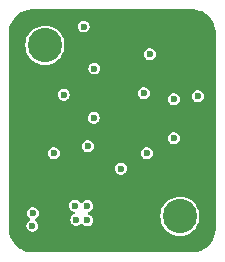
<source format=gbr>
%TF.GenerationSoftware,KiCad,Pcbnew,8.0.4*%
%TF.CreationDate,2025-02-04T23:44:10-05:00*%
%TF.ProjectId,Magnetometer,4d61676e-6574-46f6-9d65-7465722e6b69,rev?*%
%TF.SameCoordinates,Original*%
%TF.FileFunction,Copper,L2,Inr*%
%TF.FilePolarity,Positive*%
%FSLAX46Y46*%
G04 Gerber Fmt 4.6, Leading zero omitted, Abs format (unit mm)*
G04 Created by KiCad (PCBNEW 8.0.4) date 2025-02-04 23:44:10*
%MOMM*%
%LPD*%
G01*
G04 APERTURE LIST*
%TA.AperFunction,ComponentPad*%
%ADD10C,2.900000*%
%TD*%
%TA.AperFunction,ViaPad*%
%ADD11C,0.600000*%
%TD*%
G04 APERTURE END LIST*
D10*
%TO.N,N/C*%
%TO.C,REF\u002A\u002A*%
X129286000Y-144526000D03*
%TD*%
%TO.N,N/C*%
%TO.C,REF\u002A\u002A*%
X140716000Y-159004000D03*
%TD*%
D11*
%TO.N,5V*%
X132560000Y-142950000D03*
X130880000Y-148710000D03*
X133480000Y-146500000D03*
X135710000Y-154980000D03*
X133420000Y-150680000D03*
X131940000Y-159320000D03*
X132880000Y-159350000D03*
X132890000Y-158130000D03*
X131820000Y-158110000D03*
%TO.N,GND*%
X135560000Y-159270000D03*
X136640000Y-159290000D03*
X136650000Y-158180000D03*
X135510000Y-158190000D03*
X128270000Y-156100000D03*
X128250000Y-157120000D03*
%TO.N,5V*%
X128260000Y-158750000D03*
X128230000Y-159830000D03*
%TO.N,GND*%
X141224000Y-148590000D03*
X137922000Y-151384000D03*
X132924550Y-154975601D03*
X137414000Y-155956000D03*
X130810000Y-155448000D03*
X140716000Y-155194000D03*
%TO.N,3V3*%
X140208000Y-149098000D03*
X138176000Y-145288000D03*
X137668000Y-148590000D03*
X137922000Y-153670000D03*
X140208000Y-152400000D03*
X142240000Y-148844000D03*
%TO.N,5V*%
X132924550Y-153075599D03*
X130048000Y-153670000D03*
%TD*%
%TA.AperFunction,Conductor*%
%TO.N,GND*%
G36*
X141765121Y-141478020D02*
G01*
X141899109Y-141480409D01*
X141914528Y-141481650D01*
X142180897Y-141519948D01*
X142198184Y-141523708D01*
X142455313Y-141599209D01*
X142471887Y-141605391D01*
X142581159Y-141655293D01*
X142715659Y-141716717D01*
X142731173Y-141725188D01*
X142956628Y-141870080D01*
X142970787Y-141880679D01*
X143173317Y-142056172D01*
X143185827Y-142068682D01*
X143361320Y-142271212D01*
X143371921Y-142285374D01*
X143516808Y-142510821D01*
X143525284Y-142526345D01*
X143636608Y-142770112D01*
X143642791Y-142786688D01*
X143718290Y-143043814D01*
X143722051Y-143061102D01*
X143760348Y-143327463D01*
X143761590Y-143342898D01*
X143763980Y-143476877D01*
X143764000Y-143479089D01*
X143764000Y-160050910D01*
X143763980Y-160053122D01*
X143761590Y-160187101D01*
X143760348Y-160202536D01*
X143722051Y-160468897D01*
X143718290Y-160486185D01*
X143642791Y-160743311D01*
X143636608Y-160759887D01*
X143525284Y-161003654D01*
X143516805Y-161019183D01*
X143371922Y-161244624D01*
X143361320Y-161258787D01*
X143185827Y-161461317D01*
X143173317Y-161473827D01*
X142970787Y-161649320D01*
X142956624Y-161659922D01*
X142731183Y-161804805D01*
X142715654Y-161813284D01*
X142471887Y-161924608D01*
X142455311Y-161930791D01*
X142198185Y-162006290D01*
X142180897Y-162010051D01*
X141914536Y-162048348D01*
X141899101Y-162049590D01*
X141768818Y-162051914D01*
X141765120Y-162051980D01*
X141762910Y-162052000D01*
X128239090Y-162052000D01*
X128236879Y-162051980D01*
X128233015Y-162051911D01*
X128102898Y-162049590D01*
X128087463Y-162048348D01*
X127821102Y-162010051D01*
X127803814Y-162006290D01*
X127546688Y-161930791D01*
X127530112Y-161924608D01*
X127286345Y-161813284D01*
X127270821Y-161804808D01*
X127045374Y-161659921D01*
X127031212Y-161649320D01*
X126828682Y-161473827D01*
X126816172Y-161461317D01*
X126640679Y-161258787D01*
X126630077Y-161244624D01*
X126485188Y-161019173D01*
X126476715Y-161003654D01*
X126365391Y-160759887D01*
X126359208Y-160743311D01*
X126328644Y-160639221D01*
X126283708Y-160486184D01*
X126279948Y-160468897D01*
X126261906Y-160343411D01*
X126241650Y-160202528D01*
X126240409Y-160187109D01*
X126238020Y-160053121D01*
X126238000Y-160050910D01*
X126238000Y-159830000D01*
X127724353Y-159830000D01*
X127744834Y-159972456D01*
X127781673Y-160053121D01*
X127804623Y-160103373D01*
X127898872Y-160212143D01*
X128019947Y-160289953D01*
X128019950Y-160289954D01*
X128019949Y-160289954D01*
X128158036Y-160330499D01*
X128158038Y-160330500D01*
X128158039Y-160330500D01*
X128301962Y-160330500D01*
X128301962Y-160330499D01*
X128440053Y-160289953D01*
X128561128Y-160212143D01*
X128655377Y-160103373D01*
X128715165Y-159972457D01*
X128735647Y-159830000D01*
X128715165Y-159687543D01*
X128655377Y-159556627D01*
X128561128Y-159447857D01*
X128561125Y-159447855D01*
X128492815Y-159403954D01*
X128447060Y-159351150D01*
X128437117Y-159281991D01*
X128466143Y-159218436D01*
X128492810Y-159195327D01*
X128591128Y-159132143D01*
X128685377Y-159023373D01*
X128745165Y-158892457D01*
X128765647Y-158750000D01*
X128745165Y-158607543D01*
X128685377Y-158476627D01*
X128591128Y-158367857D01*
X128470053Y-158290047D01*
X128470051Y-158290046D01*
X128470049Y-158290045D01*
X128470050Y-158290045D01*
X128331963Y-158249500D01*
X128331961Y-158249500D01*
X128188039Y-158249500D01*
X128188036Y-158249500D01*
X128049949Y-158290045D01*
X127928873Y-158367856D01*
X127928872Y-158367856D01*
X127928872Y-158367857D01*
X127916290Y-158382377D01*
X127834623Y-158476626D01*
X127834622Y-158476628D01*
X127774834Y-158607543D01*
X127754353Y-158750000D01*
X127774834Y-158892456D01*
X127826220Y-159004973D01*
X127834623Y-159023373D01*
X127928872Y-159132143D01*
X127928874Y-159132144D01*
X127928873Y-159132144D01*
X127997184Y-159176045D01*
X128042939Y-159228849D01*
X128052882Y-159298007D01*
X128023857Y-159361563D01*
X127997184Y-159384675D01*
X127898874Y-159447855D01*
X127804623Y-159556626D01*
X127804622Y-159556628D01*
X127744834Y-159687543D01*
X127724353Y-159830000D01*
X126238000Y-159830000D01*
X126238000Y-158110000D01*
X131314353Y-158110000D01*
X131334834Y-158252456D01*
X131387537Y-158367857D01*
X131394623Y-158383373D01*
X131488872Y-158492143D01*
X131609947Y-158569953D01*
X131609950Y-158569954D01*
X131609949Y-158569954D01*
X131756548Y-158612999D01*
X131755714Y-158615838D01*
X131805731Y-158638669D01*
X131843517Y-158697440D01*
X131843530Y-158767310D01*
X131805766Y-158826095D01*
X131759482Y-158851374D01*
X131729948Y-158860046D01*
X131608873Y-158937856D01*
X131514623Y-159046626D01*
X131514622Y-159046628D01*
X131454834Y-159177543D01*
X131434353Y-159320000D01*
X131454834Y-159462456D01*
X131476850Y-159510663D01*
X131514623Y-159593373D01*
X131608872Y-159702143D01*
X131729947Y-159779953D01*
X131729950Y-159779954D01*
X131729949Y-159779954D01*
X131868036Y-159820499D01*
X131868038Y-159820500D01*
X131868039Y-159820500D01*
X132011962Y-159820500D01*
X132011962Y-159820499D01*
X132150053Y-159779953D01*
X132271128Y-159702143D01*
X132303290Y-159665025D01*
X132362065Y-159627251D01*
X132431935Y-159627250D01*
X132490712Y-159665023D01*
X132548872Y-159732143D01*
X132669947Y-159809953D01*
X132669950Y-159809954D01*
X132669949Y-159809954D01*
X132808036Y-159850499D01*
X132808038Y-159850500D01*
X132808039Y-159850500D01*
X132951962Y-159850500D01*
X132951962Y-159850499D01*
X133090053Y-159809953D01*
X133211128Y-159732143D01*
X133305377Y-159623373D01*
X133365165Y-159492457D01*
X133385647Y-159350000D01*
X133365165Y-159207543D01*
X133305377Y-159076627D01*
X133242446Y-159004000D01*
X139060396Y-159004000D01*
X139080778Y-159262990D01*
X139141427Y-159515610D01*
X139240843Y-159755623D01*
X139240845Y-159755627D01*
X139240846Y-159755628D01*
X139376588Y-159977140D01*
X139545311Y-160174689D01*
X139742860Y-160343412D01*
X139964372Y-160479154D01*
X139964374Y-160479154D01*
X139964376Y-160479156D01*
X139981346Y-160486185D01*
X140204390Y-160578573D01*
X140457006Y-160639221D01*
X140716000Y-160659604D01*
X140974994Y-160639221D01*
X141227610Y-160578573D01*
X141467628Y-160479154D01*
X141689140Y-160343412D01*
X141886689Y-160174689D01*
X142055412Y-159977140D01*
X142191154Y-159755628D01*
X142290573Y-159515610D01*
X142351221Y-159262994D01*
X142371604Y-159004000D01*
X142351221Y-158745006D01*
X142290573Y-158492390D01*
X142199473Y-158272456D01*
X142191156Y-158252376D01*
X142116164Y-158130000D01*
X142055412Y-158030860D01*
X141886689Y-157833311D01*
X141689140Y-157664588D01*
X141467628Y-157528846D01*
X141467627Y-157528845D01*
X141467623Y-157528843D01*
X141301627Y-157460086D01*
X141227610Y-157429427D01*
X141227611Y-157429427D01*
X141089921Y-157396370D01*
X140974994Y-157368779D01*
X140974992Y-157368778D01*
X140974991Y-157368778D01*
X140716000Y-157348396D01*
X140457009Y-157368778D01*
X140204389Y-157429427D01*
X139964376Y-157528843D01*
X139742859Y-157664588D01*
X139545311Y-157833311D01*
X139376588Y-158030859D01*
X139240843Y-158252376D01*
X139141427Y-158492389D01*
X139080778Y-158745009D01*
X139060396Y-159004000D01*
X133242446Y-159004000D01*
X133211128Y-158967857D01*
X133090053Y-158890047D01*
X133090051Y-158890046D01*
X133090049Y-158890045D01*
X133090050Y-158890045D01*
X132989239Y-158860445D01*
X132930460Y-158822671D01*
X132901435Y-158759115D01*
X132911378Y-158689957D01*
X132957133Y-158637153D01*
X132989239Y-158622491D01*
X133100050Y-158589954D01*
X133100050Y-158589953D01*
X133100053Y-158589953D01*
X133221128Y-158512143D01*
X133315377Y-158403373D01*
X133375165Y-158272457D01*
X133395647Y-158130000D01*
X133375165Y-157987543D01*
X133315377Y-157856627D01*
X133221128Y-157747857D01*
X133100053Y-157670047D01*
X133100051Y-157670046D01*
X133100049Y-157670045D01*
X133100050Y-157670045D01*
X132961963Y-157629500D01*
X132961961Y-157629500D01*
X132818039Y-157629500D01*
X132818036Y-157629500D01*
X132679949Y-157670045D01*
X132558873Y-157747856D01*
X132464615Y-157856636D01*
X132464560Y-157856722D01*
X132464483Y-157856788D01*
X132458815Y-157863330D01*
X132457873Y-157862514D01*
X132411752Y-157902472D01*
X132342592Y-157912408D01*
X132279039Y-157883376D01*
X132247457Y-157841182D01*
X132245377Y-157836627D01*
X132151128Y-157727857D01*
X132030053Y-157650047D01*
X132030051Y-157650046D01*
X132030049Y-157650045D01*
X132030050Y-157650045D01*
X131891963Y-157609500D01*
X131891961Y-157609500D01*
X131748039Y-157609500D01*
X131748036Y-157609500D01*
X131609949Y-157650045D01*
X131488873Y-157727856D01*
X131394623Y-157836626D01*
X131394622Y-157836628D01*
X131334834Y-157967543D01*
X131314353Y-158110000D01*
X126238000Y-158110000D01*
X126238000Y-154980000D01*
X135204353Y-154980000D01*
X135224834Y-155122456D01*
X135284622Y-155253371D01*
X135284623Y-155253373D01*
X135378872Y-155362143D01*
X135499947Y-155439953D01*
X135499950Y-155439954D01*
X135499949Y-155439954D01*
X135638036Y-155480499D01*
X135638038Y-155480500D01*
X135638039Y-155480500D01*
X135781962Y-155480500D01*
X135781962Y-155480499D01*
X135920053Y-155439953D01*
X136041128Y-155362143D01*
X136135377Y-155253373D01*
X136195165Y-155122457D01*
X136215647Y-154980000D01*
X136195165Y-154837543D01*
X136135377Y-154706627D01*
X136041128Y-154597857D01*
X135920053Y-154520047D01*
X135920051Y-154520046D01*
X135920049Y-154520045D01*
X135920050Y-154520045D01*
X135781963Y-154479500D01*
X135781961Y-154479500D01*
X135638039Y-154479500D01*
X135638036Y-154479500D01*
X135499949Y-154520045D01*
X135378873Y-154597856D01*
X135284623Y-154706626D01*
X135284622Y-154706628D01*
X135224834Y-154837543D01*
X135204353Y-154980000D01*
X126238000Y-154980000D01*
X126238000Y-153670000D01*
X129542353Y-153670000D01*
X129562834Y-153812456D01*
X129622622Y-153943371D01*
X129622623Y-153943373D01*
X129716872Y-154052143D01*
X129837947Y-154129953D01*
X129837950Y-154129954D01*
X129837949Y-154129954D01*
X129976036Y-154170499D01*
X129976038Y-154170500D01*
X129976039Y-154170500D01*
X130119962Y-154170500D01*
X130119962Y-154170499D01*
X130258053Y-154129953D01*
X130379128Y-154052143D01*
X130473377Y-153943373D01*
X130533165Y-153812457D01*
X130553647Y-153670000D01*
X137416353Y-153670000D01*
X137436834Y-153812456D01*
X137496622Y-153943371D01*
X137496623Y-153943373D01*
X137590872Y-154052143D01*
X137711947Y-154129953D01*
X137711950Y-154129954D01*
X137711949Y-154129954D01*
X137850036Y-154170499D01*
X137850038Y-154170500D01*
X137850039Y-154170500D01*
X137993962Y-154170500D01*
X137993962Y-154170499D01*
X138132053Y-154129953D01*
X138253128Y-154052143D01*
X138347377Y-153943373D01*
X138407165Y-153812457D01*
X138427647Y-153670000D01*
X138407165Y-153527543D01*
X138347377Y-153396627D01*
X138253128Y-153287857D01*
X138132053Y-153210047D01*
X138132051Y-153210046D01*
X138132049Y-153210045D01*
X138132050Y-153210045D01*
X137993963Y-153169500D01*
X137993961Y-153169500D01*
X137850039Y-153169500D01*
X137850036Y-153169500D01*
X137711949Y-153210045D01*
X137590873Y-153287856D01*
X137496623Y-153396626D01*
X137496622Y-153396628D01*
X137436834Y-153527543D01*
X137416353Y-153670000D01*
X130553647Y-153670000D01*
X130533165Y-153527543D01*
X130473377Y-153396627D01*
X130379128Y-153287857D01*
X130258053Y-153210047D01*
X130258051Y-153210046D01*
X130258049Y-153210045D01*
X130258050Y-153210045D01*
X130119963Y-153169500D01*
X130119961Y-153169500D01*
X129976039Y-153169500D01*
X129976036Y-153169500D01*
X129837949Y-153210045D01*
X129716873Y-153287856D01*
X129622623Y-153396626D01*
X129622622Y-153396628D01*
X129562834Y-153527543D01*
X129542353Y-153670000D01*
X126238000Y-153670000D01*
X126238000Y-153075599D01*
X132418903Y-153075599D01*
X132439384Y-153218055D01*
X132471262Y-153287856D01*
X132499173Y-153348972D01*
X132593422Y-153457742D01*
X132714497Y-153535552D01*
X132714500Y-153535553D01*
X132714499Y-153535553D01*
X132852586Y-153576098D01*
X132852588Y-153576099D01*
X132852589Y-153576099D01*
X132996512Y-153576099D01*
X132996512Y-153576098D01*
X133134603Y-153535552D01*
X133255678Y-153457742D01*
X133349927Y-153348972D01*
X133409715Y-153218056D01*
X133430197Y-153075599D01*
X133409715Y-152933142D01*
X133349927Y-152802226D01*
X133255678Y-152693456D01*
X133134603Y-152615646D01*
X133134601Y-152615645D01*
X133134599Y-152615644D01*
X133134600Y-152615644D01*
X132996513Y-152575099D01*
X132996511Y-152575099D01*
X132852589Y-152575099D01*
X132852586Y-152575099D01*
X132714499Y-152615644D01*
X132593423Y-152693455D01*
X132499173Y-152802225D01*
X132499172Y-152802227D01*
X132439384Y-152933142D01*
X132418903Y-153075599D01*
X126238000Y-153075599D01*
X126238000Y-152400000D01*
X139702353Y-152400000D01*
X139722834Y-152542456D01*
X139782622Y-152673371D01*
X139782623Y-152673373D01*
X139876872Y-152782143D01*
X139997947Y-152859953D01*
X139997950Y-152859954D01*
X139997949Y-152859954D01*
X140136036Y-152900499D01*
X140136038Y-152900500D01*
X140136039Y-152900500D01*
X140279962Y-152900500D01*
X140279962Y-152900499D01*
X140418053Y-152859953D01*
X140539128Y-152782143D01*
X140633377Y-152673373D01*
X140693165Y-152542457D01*
X140713647Y-152400000D01*
X140693165Y-152257543D01*
X140633377Y-152126627D01*
X140539128Y-152017857D01*
X140418053Y-151940047D01*
X140418051Y-151940046D01*
X140418049Y-151940045D01*
X140418050Y-151940045D01*
X140279963Y-151899500D01*
X140279961Y-151899500D01*
X140136039Y-151899500D01*
X140136036Y-151899500D01*
X139997949Y-151940045D01*
X139876873Y-152017856D01*
X139782623Y-152126626D01*
X139782622Y-152126628D01*
X139722834Y-152257543D01*
X139702353Y-152400000D01*
X126238000Y-152400000D01*
X126238000Y-150680000D01*
X132914353Y-150680000D01*
X132934834Y-150822456D01*
X132994622Y-150953371D01*
X132994623Y-150953373D01*
X133088872Y-151062143D01*
X133209947Y-151139953D01*
X133209950Y-151139954D01*
X133209949Y-151139954D01*
X133348036Y-151180499D01*
X133348038Y-151180500D01*
X133348039Y-151180500D01*
X133491962Y-151180500D01*
X133491962Y-151180499D01*
X133630053Y-151139953D01*
X133751128Y-151062143D01*
X133845377Y-150953373D01*
X133905165Y-150822457D01*
X133925647Y-150680000D01*
X133905165Y-150537543D01*
X133845377Y-150406627D01*
X133751128Y-150297857D01*
X133630053Y-150220047D01*
X133630051Y-150220046D01*
X133630049Y-150220045D01*
X133630050Y-150220045D01*
X133491963Y-150179500D01*
X133491961Y-150179500D01*
X133348039Y-150179500D01*
X133348036Y-150179500D01*
X133209949Y-150220045D01*
X133088873Y-150297856D01*
X132994623Y-150406626D01*
X132994622Y-150406628D01*
X132934834Y-150537543D01*
X132914353Y-150680000D01*
X126238000Y-150680000D01*
X126238000Y-148710000D01*
X130374353Y-148710000D01*
X130394834Y-148852456D01*
X130399819Y-148863371D01*
X130454623Y-148983373D01*
X130548872Y-149092143D01*
X130669947Y-149169953D01*
X130669950Y-149169954D01*
X130669949Y-149169954D01*
X130808036Y-149210499D01*
X130808038Y-149210500D01*
X130808039Y-149210500D01*
X130951962Y-149210500D01*
X130951962Y-149210499D01*
X131090053Y-149169953D01*
X131202014Y-149098000D01*
X139702353Y-149098000D01*
X139722834Y-149240456D01*
X139751833Y-149303953D01*
X139782623Y-149371373D01*
X139876872Y-149480143D01*
X139997947Y-149557953D01*
X139997950Y-149557954D01*
X139997949Y-149557954D01*
X140136036Y-149598499D01*
X140136038Y-149598500D01*
X140136039Y-149598500D01*
X140279962Y-149598500D01*
X140279962Y-149598499D01*
X140418053Y-149557953D01*
X140539128Y-149480143D01*
X140633377Y-149371373D01*
X140693165Y-149240457D01*
X140713647Y-149098000D01*
X140693165Y-148955543D01*
X140642224Y-148844000D01*
X141734353Y-148844000D01*
X141754834Y-148986456D01*
X141814622Y-149117371D01*
X141814623Y-149117373D01*
X141908872Y-149226143D01*
X142029947Y-149303953D01*
X142029950Y-149303954D01*
X142029949Y-149303954D01*
X142168036Y-149344499D01*
X142168038Y-149344500D01*
X142168039Y-149344500D01*
X142311962Y-149344500D01*
X142311962Y-149344499D01*
X142450053Y-149303953D01*
X142571128Y-149226143D01*
X142665377Y-149117373D01*
X142725165Y-148986457D01*
X142745647Y-148844000D01*
X142725165Y-148701543D01*
X142665377Y-148570627D01*
X142571128Y-148461857D01*
X142450053Y-148384047D01*
X142450051Y-148384046D01*
X142450049Y-148384045D01*
X142450050Y-148384045D01*
X142311963Y-148343500D01*
X142311961Y-148343500D01*
X142168039Y-148343500D01*
X142168036Y-148343500D01*
X142029949Y-148384045D01*
X141908873Y-148461856D01*
X141814623Y-148570626D01*
X141814622Y-148570628D01*
X141754834Y-148701543D01*
X141734353Y-148844000D01*
X140642224Y-148844000D01*
X140633377Y-148824627D01*
X140539128Y-148715857D01*
X140418053Y-148638047D01*
X140418051Y-148638046D01*
X140418049Y-148638045D01*
X140418050Y-148638045D01*
X140279963Y-148597500D01*
X140279961Y-148597500D01*
X140136039Y-148597500D01*
X140136036Y-148597500D01*
X139997949Y-148638045D01*
X139876873Y-148715856D01*
X139782623Y-148824626D01*
X139782622Y-148824628D01*
X139722834Y-148955543D01*
X139702353Y-149098000D01*
X131202014Y-149098000D01*
X131211128Y-149092143D01*
X131305377Y-148983373D01*
X131365165Y-148852457D01*
X131385647Y-148710000D01*
X131368394Y-148590000D01*
X137162353Y-148590000D01*
X137182834Y-148732456D01*
X137237637Y-148852456D01*
X137242623Y-148863373D01*
X137336872Y-148972143D01*
X137457947Y-149049953D01*
X137457950Y-149049954D01*
X137457949Y-149049954D01*
X137596036Y-149090499D01*
X137596038Y-149090500D01*
X137596039Y-149090500D01*
X137739962Y-149090500D01*
X137739962Y-149090499D01*
X137878053Y-149049953D01*
X137999128Y-148972143D01*
X138093377Y-148863373D01*
X138153165Y-148732457D01*
X138173647Y-148590000D01*
X138153165Y-148447543D01*
X138093377Y-148316627D01*
X137999128Y-148207857D01*
X137878053Y-148130047D01*
X137878051Y-148130046D01*
X137878049Y-148130045D01*
X137878050Y-148130045D01*
X137739963Y-148089500D01*
X137739961Y-148089500D01*
X137596039Y-148089500D01*
X137596036Y-148089500D01*
X137457949Y-148130045D01*
X137336873Y-148207856D01*
X137242623Y-148316626D01*
X137242622Y-148316628D01*
X137182834Y-148447543D01*
X137162353Y-148590000D01*
X131368394Y-148590000D01*
X131365165Y-148567543D01*
X131305377Y-148436627D01*
X131211128Y-148327857D01*
X131090053Y-148250047D01*
X131090051Y-148250046D01*
X131090049Y-148250045D01*
X131090050Y-148250045D01*
X130951963Y-148209500D01*
X130951961Y-148209500D01*
X130808039Y-148209500D01*
X130808036Y-148209500D01*
X130669949Y-148250045D01*
X130548873Y-148327856D01*
X130454623Y-148436626D01*
X130454622Y-148436628D01*
X130394834Y-148567543D01*
X130374353Y-148710000D01*
X126238000Y-148710000D01*
X126238000Y-146500000D01*
X132974353Y-146500000D01*
X132994834Y-146642456D01*
X133054622Y-146773371D01*
X133054623Y-146773373D01*
X133148872Y-146882143D01*
X133269947Y-146959953D01*
X133269950Y-146959954D01*
X133269949Y-146959954D01*
X133408036Y-147000499D01*
X133408038Y-147000500D01*
X133408039Y-147000500D01*
X133551962Y-147000500D01*
X133551962Y-147000499D01*
X133690053Y-146959953D01*
X133811128Y-146882143D01*
X133905377Y-146773373D01*
X133965165Y-146642457D01*
X133985647Y-146500000D01*
X133965165Y-146357543D01*
X133905377Y-146226627D01*
X133811128Y-146117857D01*
X133690053Y-146040047D01*
X133690051Y-146040046D01*
X133690049Y-146040045D01*
X133690050Y-146040045D01*
X133551963Y-145999500D01*
X133551961Y-145999500D01*
X133408039Y-145999500D01*
X133408036Y-145999500D01*
X133269949Y-146040045D01*
X133148873Y-146117856D01*
X133054623Y-146226626D01*
X133054622Y-146226628D01*
X132994834Y-146357543D01*
X132974353Y-146500000D01*
X126238000Y-146500000D01*
X126238000Y-144526000D01*
X127630396Y-144526000D01*
X127650778Y-144784990D01*
X127711427Y-145037610D01*
X127810843Y-145277623D01*
X127810845Y-145277627D01*
X127810846Y-145277628D01*
X127946588Y-145499140D01*
X128115311Y-145696689D01*
X128312860Y-145865412D01*
X128534372Y-146001154D01*
X128534374Y-146001154D01*
X128534376Y-146001156D01*
X128595693Y-146026554D01*
X128774390Y-146100573D01*
X129027006Y-146161221D01*
X129286000Y-146181604D01*
X129544994Y-146161221D01*
X129797610Y-146100573D01*
X130037628Y-146001154D01*
X130259140Y-145865412D01*
X130456689Y-145696689D01*
X130625412Y-145499140D01*
X130754798Y-145288000D01*
X137670353Y-145288000D01*
X137690834Y-145430456D01*
X137722202Y-145499140D01*
X137750623Y-145561373D01*
X137844872Y-145670143D01*
X137965947Y-145747953D01*
X137965950Y-145747954D01*
X137965949Y-145747954D01*
X138104036Y-145788499D01*
X138104038Y-145788500D01*
X138104039Y-145788500D01*
X138247962Y-145788500D01*
X138247962Y-145788499D01*
X138386053Y-145747953D01*
X138507128Y-145670143D01*
X138601377Y-145561373D01*
X138661165Y-145430457D01*
X138681647Y-145288000D01*
X138661165Y-145145543D01*
X138601377Y-145014627D01*
X138507128Y-144905857D01*
X138386053Y-144828047D01*
X138386051Y-144828046D01*
X138386049Y-144828045D01*
X138386050Y-144828045D01*
X138247963Y-144787500D01*
X138247961Y-144787500D01*
X138104039Y-144787500D01*
X138104036Y-144787500D01*
X137965949Y-144828045D01*
X137844873Y-144905856D01*
X137750623Y-145014626D01*
X137750622Y-145014628D01*
X137690834Y-145145543D01*
X137670353Y-145288000D01*
X130754798Y-145288000D01*
X130761154Y-145277628D01*
X130860573Y-145037610D01*
X130921221Y-144784994D01*
X130941604Y-144526000D01*
X130921221Y-144267006D01*
X130860573Y-144014390D01*
X130761154Y-143774372D01*
X130625412Y-143552860D01*
X130456689Y-143355311D01*
X130259140Y-143186588D01*
X130037628Y-143050846D01*
X130037627Y-143050845D01*
X130037623Y-143050843D01*
X129871627Y-142982086D01*
X129797610Y-142951427D01*
X129797611Y-142951427D01*
X129791667Y-142950000D01*
X132054353Y-142950000D01*
X132074834Y-143092456D01*
X132134622Y-143223371D01*
X132134623Y-143223373D01*
X132228872Y-143332143D01*
X132349947Y-143409953D01*
X132349950Y-143409954D01*
X132349949Y-143409954D01*
X132488036Y-143450499D01*
X132488038Y-143450500D01*
X132488039Y-143450500D01*
X132631962Y-143450500D01*
X132631962Y-143450499D01*
X132770053Y-143409953D01*
X132891128Y-143332143D01*
X132985377Y-143223373D01*
X133045165Y-143092457D01*
X133065647Y-142950000D01*
X133045165Y-142807543D01*
X132985377Y-142676627D01*
X132891128Y-142567857D01*
X132770053Y-142490047D01*
X132770051Y-142490046D01*
X132770049Y-142490045D01*
X132770050Y-142490045D01*
X132631963Y-142449500D01*
X132631961Y-142449500D01*
X132488039Y-142449500D01*
X132488036Y-142449500D01*
X132349949Y-142490045D01*
X132228873Y-142567856D01*
X132134623Y-142676626D01*
X132134622Y-142676628D01*
X132074834Y-142807543D01*
X132054353Y-142950000D01*
X129791667Y-142950000D01*
X129659921Y-142918370D01*
X129544994Y-142890779D01*
X129544992Y-142890778D01*
X129544991Y-142890778D01*
X129286000Y-142870396D01*
X129027009Y-142890778D01*
X128774389Y-142951427D01*
X128534376Y-143050843D01*
X128312859Y-143186588D01*
X128115311Y-143355311D01*
X127946588Y-143552859D01*
X127810843Y-143774376D01*
X127711427Y-144014389D01*
X127650778Y-144267009D01*
X127630396Y-144526000D01*
X126238000Y-144526000D01*
X126238000Y-143479089D01*
X126238020Y-143476878D01*
X126238490Y-143450499D01*
X126240409Y-143342889D01*
X126241650Y-143327472D01*
X126279948Y-143061099D01*
X126283709Y-143043814D01*
X126359210Y-142786681D01*
X126365391Y-142770112D01*
X126476720Y-142526334D01*
X126485185Y-142510832D01*
X126630084Y-142285364D01*
X126640670Y-142271222D01*
X126816177Y-142068676D01*
X126828676Y-142056177D01*
X127031222Y-141880670D01*
X127045364Y-141870084D01*
X127270832Y-141725185D01*
X127286334Y-141716720D01*
X127530112Y-141605390D01*
X127546681Y-141599210D01*
X127803818Y-141523707D01*
X127821099Y-141519948D01*
X128087472Y-141481650D01*
X128102889Y-141480409D01*
X128236879Y-141478020D01*
X128239090Y-141478000D01*
X141762910Y-141478000D01*
X141765121Y-141478020D01*
G37*
%TD.AperFunction*%
%TD*%
M02*

</source>
